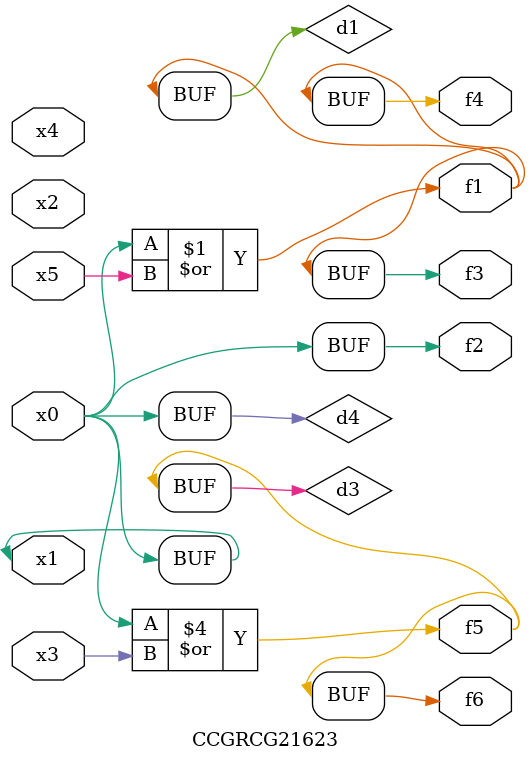
<source format=v>
module CCGRCG21623(
	input x0, x1, x2, x3, x4, x5,
	output f1, f2, f3, f4, f5, f6
);

	wire d1, d2, d3, d4;

	or (d1, x0, x5);
	xnor (d2, x1, x4);
	or (d3, x0, x3);
	buf (d4, x0, x1);
	assign f1 = d1;
	assign f2 = d4;
	assign f3 = d1;
	assign f4 = d1;
	assign f5 = d3;
	assign f6 = d3;
endmodule

</source>
